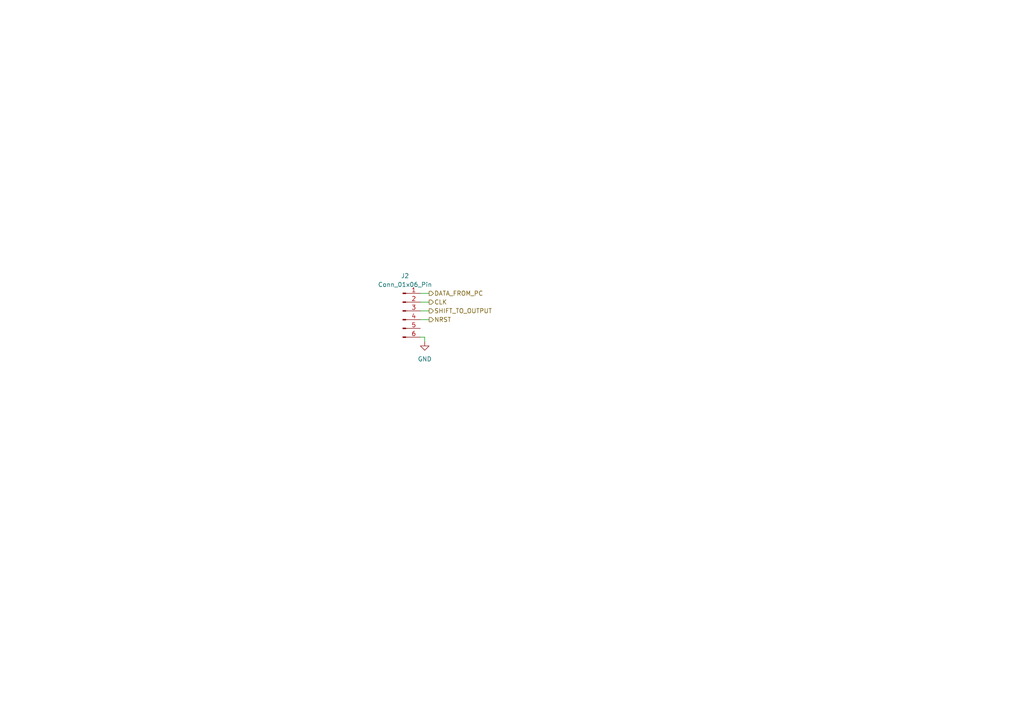
<source format=kicad_sch>
(kicad_sch (version 20250114) (generator "eeschema") (generator_version "9.0")
  (paper "A4")
  (lib_symbols
    (symbol "Connector:Conn_01x06_Pin" (pin_names (offset 1.016) (hide yes))
      (property "Reference" "J" (at 0 7.62 0))
      (property "Value" "Conn_01x06_Pin" (at 0 -10.16 0))
      (symbol "Conn_01x06_Pin_1_1"
        (rectangle (start 0.8636 5.207) (end 0 4.953) (stroke (width 0.1524)) (fill (type outline)))
        (rectangle (start 0.8636 2.667) (end 0 2.413) (stroke (width 0.1524)) (fill (type outline)))
        (rectangle (start 0.8636 0.127) (end 0 -0.127) (stroke (width 0.1524)) (fill (type outline)))
        (rectangle (start 0.8636 -2.413) (end 0 -2.667) (stroke (width 0.1524)) (fill (type outline)))
        (rectangle (start 0.8636 -4.953) (end 0 -5.207) (stroke (width 0.1524)) (fill (type outline)))
        (rectangle (start 0.8636 -7.493) (end 0 -7.747) (stroke (width 0.1524)) (fill (type outline)))
        (polyline (pts (xy 1.27 5.08) (xy 0.8636 5.08)) (stroke (width 0.1524)))
        (polyline (pts (xy 1.27 2.54) (xy 0.8636 2.54)) (stroke (width 0.1524)))
        (polyline (pts (xy 1.27 0) (xy 0.8636 0)) (stroke (width 0.1524)))
        (polyline (pts (xy 1.27 -2.54) (xy 0.8636 -2.54)) (stroke (width 0.1524)))
        (polyline (pts (xy 1.27 -5.08) (xy 0.8636 -5.08)) (stroke (width 0.1524)))
        (polyline (pts (xy 1.27 -7.62) (xy 0.8636 -7.62)) (stroke (width 0.1524)))
        (pin passive line (at 5.08 5.08 180) (length 3.81) (name "Pin_1") (number "1"))
        (pin passive line (at 5.08 2.54 180) (length 3.81) (name "Pin_2") (number "2"))
        (pin passive line (at 5.08 0 180) (length 3.81) (name "Pin_3") (number "3"))
        (pin passive line (at 5.08 -2.54 180) (length 3.81) (name "Pin_4") (number "4"))
        (pin passive line (at 5.08 -5.08 180) (length 3.81) (name "Pin_5") (number "5"))
        (pin passive line (at 5.08 -7.62 180) (length 3.81) (name "Pin_6") (number "6"))
      )
    )
    (symbol "power:GND" (power) (pin_numbers (hide yes)) (pin_names (offset 0) (hide yes))
      (property "Value" "GND" (at 0 -3.81 0))
      (symbol "GND_0_1"
        (polyline (pts (xy 0 0) (xy 0 -1.27) (xy 1.27 -1.27) (xy 0 -2.54) (xy -1.27 -1.27) (xy 0 -1.27)))
      )
      (symbol "GND_1_1"
        (pin power_in line (at 0 0 270) (length 0) (name "~") (number "1"))
      )
    )
  )
  (wire (pts (xy 121.92 92.71) (xy 124.46 92.71)))
  (wire (pts (xy 123.19 99.06) (xy 123.19 97.79)))
  (wire (pts (xy 121.92 90.17) (xy 124.46 90.17)))
  (wire (pts (xy 121.92 85.09) (xy 124.46 85.09)))
  (wire (pts (xy 123.19 97.79) (xy 121.92 97.79)))
  (wire (pts (xy 121.92 87.63) (xy 124.46 87.63)))
  (hierarchical_label "DATA_FROM_PC" (shape output) (at 124.46 85.09 0))
  (hierarchical_label "CLK" (shape output) (at 124.46 87.63 0))
  (hierarchical_label "SHIFT_TO_OUTPUT" (shape output) (at 124.46 90.17 0))
  (hierarchical_label "NRST" (shape output) (at 124.46 92.71 0))
  (symbol (lib_id "power:GND") (at 123.19 99.06 0) (unit 1)
    (property "Reference" "#PWR060" (effects (hide yes)))
    (property "Value" "GND" (at 123.19 104.14 0))
    (property "Description" "Power symbol creates a global label with name \"GND\" , ground" (effects (hide yes)))
  )
  (symbol (lib_id "Connector:Conn_01x06_Pin") (at 116.84 90.17 0) (unit 1)
    (property "Reference" "J2" (at 117.475 80.01 0))
    (property "Value" "Conn_01x06_Pin" (at 117.475 82.55 0))
    (property "Footprint" "Connector_PinHeader_2.54mm:PinHeader_1x06_P2.54mm_Vertical" (effects (hide yes)))
    (property "Description" "Generic connector, single row, 01x06, script generated" (effects (hide yes)))
  )
)
</source>
